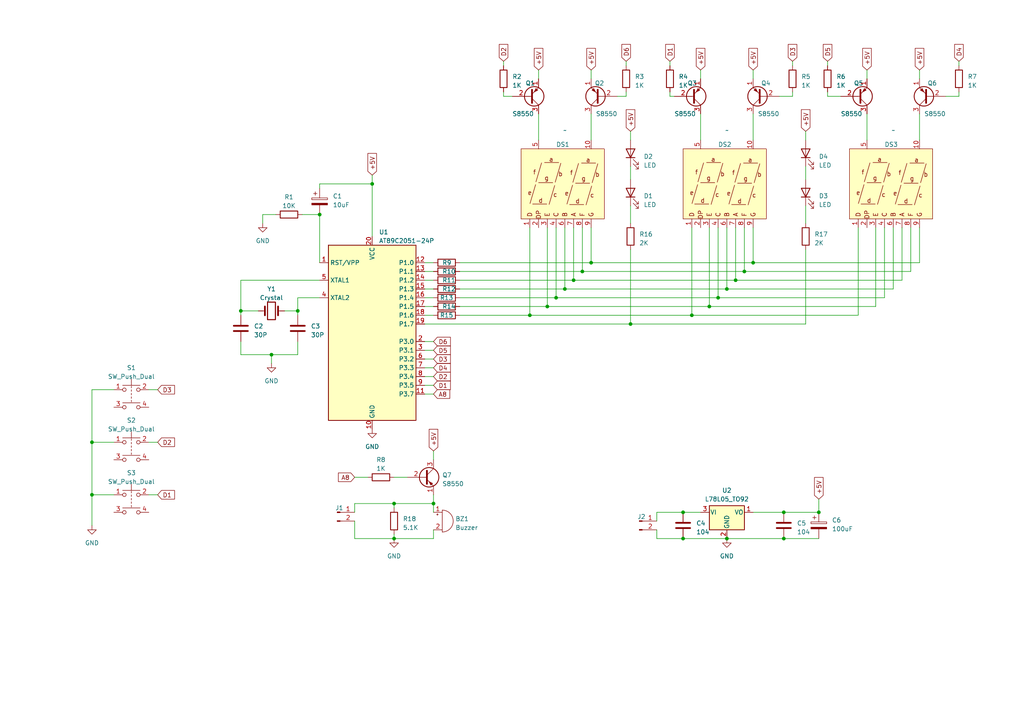
<source format=kicad_sch>
(kicad_sch (version 20230121) (generator eeschema)
  (paper "A4")
  (lib_symbols
    (symbol "Connector:Conn_01x02_Pin" (pin_names (offset 1.016) hide)
      (property "Reference" "J" (at 0 2.54 0))
      (property "Value" "Conn_01x02_Pin" (at 0 -5.08 0))
      (symbol "Conn_01x02_Pin_1_1"
        (polyline (pts (xy 1.27 -2.54) (xy 0.8636 -2.54)) (stroke (width 0.1524)))
        (polyline (pts (xy 1.27 0) (xy 0.8636 0)) (stroke (width 0.1524)))
        (rectangle (start 0.8636 -2.413) (end 0 -2.667) (stroke (width 0.1524)) (fill (type outline)))
        (rectangle (start 0.8636 0.127) (end 0 -0.127) (stroke (width 0.1524)) (fill (type outline)))
        (pin passive line (at 5.08 0 180) (length 3.81) (name "Pin_1") (number "1"))
        (pin passive line (at 5.08 -2.54 180) (length 3.81) (name "Pin_2") (number "2"))
      )
    )
    (symbol "Device:Buzzer" (pin_names (offset 0.0254) hide)
      (property "Reference" "BZ" (at 3.81 1.27 0))
      (property "Value" "Buzzer" (at 3.81 -1.27 0))
      (symbol "Buzzer_0_1"
        (arc (start 0 -3.175) (mid 3.1612 0) (end 0 3.175))
        (polyline (pts (xy -1.651 1.905) (xy -1.143 1.905)))
        (polyline (pts (xy -1.397 2.159) (xy -1.397 1.651)))
        (polyline (pts (xy 0 3.175) (xy 0 -3.175)))
      )
      (symbol "Buzzer_1_1"
        (pin passive line (at -2.54 2.54 0) (length 2.54) (name "-") (number "1"))
        (pin passive line (at -2.54 -2.54 0) (length 2.54) (name "+") (number "2"))
      )
    )
    (symbol "Device:C" (pin_numbers hide) (pin_names (offset 0.254))
      (property "Reference" "C" (at 0.635 2.54 0))
      (property "Value" "C" (at 0.635 -2.54 0))
      (symbol "C_0_1"
        (polyline (pts (xy -2.032 -0.762) (xy 2.032 -0.762)) (stroke (width 0.508)))
        (polyline (pts (xy -2.032 0.762) (xy 2.032 0.762)) (stroke (width 0.508)))
      )
      (symbol "C_1_1"
        (pin passive line (at 0 3.81 270) (length 2.794) (name "~") (number "1"))
        (pin passive line (at 0 -3.81 90) (length 2.794) (name "~") (number "2"))
      )
    )
    (symbol "Device:C_Polarized" (pin_numbers hide) (pin_names (offset 0.254))
      (property "Reference" "C" (at 0.635 2.54 0))
      (property "Value" "C_Polarized" (at 0.635 -2.54 0))
      (symbol "C_Polarized_0_1"
        (rectangle (start -2.286 0.508) (end 2.286 1.016))
        (polyline (pts (xy -1.778 2.286) (xy -0.762 2.286)))
        (polyline (pts (xy -1.27 2.794) (xy -1.27 1.778)))
        (rectangle (start 2.286 -0.508) (end -2.286 -1.016) (fill (type outline)))
      )
      (symbol "C_Polarized_1_1"
        (pin passive line (at 0 3.81 270) (length 2.794) (name "~") (number "1"))
        (pin passive line (at 0 -3.81 90) (length 2.794) (name "~") (number "2"))
      )
    )
    (symbol "Device:Crystal" (pin_numbers hide) (pin_names (offset 1.016) hide)
      (property "Reference" "Y" (at 0 3.81 0))
      (property "Value" "Crystal" (at 0 -3.81 0))
      (symbol "Crystal_0_1"
        (rectangle (start -1.143 2.54) (end 1.143 -2.54) (stroke (width 0.3048)))
        (polyline (pts (xy -2.54 0) (xy -1.905 0)))
        (polyline (pts (xy -1.905 -1.27) (xy -1.905 1.27)) (stroke (width 0.508)))
        (polyline (pts (xy 1.905 -1.27) (xy 1.905 1.27)) (stroke (width 0.508)))
        (polyline (pts (xy 2.54 0) (xy 1.905 0)))
      )
      (symbol "Crystal_1_1"
        (pin passive line (at -3.81 0 0) (length 1.27) (name "1") (number "1"))
        (pin passive line (at 3.81 0 180) (length 1.27) (name "2") (number "2"))
      )
    )
    (symbol "Device:LED" (pin_numbers hide) (pin_names (offset 1.016) hide)
      (property "Reference" "D" (at 0 2.54 0))
      (property "Value" "LED" (at 0 -2.54 0))
      (symbol "LED_0_1"
        (polyline (pts (xy -1.27 -1.27) (xy -1.27 1.27)) (stroke (width 0.254)))
        (polyline (pts (xy -1.27 0) (xy 1.27 0)))
        (polyline (pts (xy 1.27 -1.27) (xy 1.27 1.27) (xy -1.27 0) (xy 1.27 -1.27)) (stroke (width 0.254)))
        (polyline (pts (xy -3.048 -0.762) (xy -4.572 -2.286) (xy -3.81 -2.286) (xy -4.572 -2.286) (xy -4.572 -1.524)))
        (polyline (pts (xy -1.778 -0.762) (xy -3.302 -2.286) (xy -2.54 -2.286) (xy -3.302 -2.286) (xy -3.302 -1.524)))
      )
      (symbol "LED_1_1"
        (pin passive line (at -3.81 0 0) (length 2.54) (name "K") (number "1"))
        (pin passive line (at 3.81 0 180) (length 2.54) (name "A") (number "2"))
      )
    )
    (symbol "Device:R" (pin_numbers hide) (pin_names (offset 0))
      (property "Reference" "R" (at 2.032 0 90))
      (property "Value" "R" (at 0 0 90))
      (symbol "R_0_1"
        (rectangle (start -1.016 -2.54) (end 1.016 2.54) (stroke (width 0.254)))
      )
      (symbol "R_1_1"
        (pin passive line (at 0 3.81 270) (length 1.27) (name "~") (number "1"))
        (pin passive line (at 0 -3.81 90) (length 1.27) (name "~") (number "2"))
      )
    )
    (symbol "MCU_Microchip_8051:AT89C2051-24P"
      (property "Reference" "U" (at -12.7 26.67 0))
      (property "Value" "AT89C2051-24P" (at 2.54 -26.67 0))
      (symbol "AT89C2051-24P_0_1"
        (rectangle (start -12.7 -25.4) (end 12.7 25.4) (stroke (width 0.254)) (fill (type background)))
      )
      (symbol "AT89C2051-24P_1_1"
        (pin input line (at -15.24 20.32 0) (length 2.54) (name "RST/VPP") (number "1"))
        (pin power_in line (at 0 -27.94 90) (length 2.54) (name "GND") (number "10"))
        (pin bidirectional line (at 15.24 -17.78 180) (length 2.54) (name "P3.7") (number "11"))
        (pin bidirectional line (at 15.24 20.32 180) (length 2.54) (name "P1.0") (number "12"))
        (pin bidirectional line (at 15.24 17.78 180) (length 2.54) (name "P1.1") (number "13"))
        (pin bidirectional line (at 15.24 15.24 180) (length 2.54) (name "P1.2") (number "14"))
        (pin bidirectional line (at 15.24 12.7 180) (length 2.54) (name "P1.3") (number "15"))
        (pin bidirectional line (at 15.24 10.16 180) (length 2.54) (name "P1.4") (number "16"))
        (pin bidirectional line (at 15.24 7.62 180) (length 2.54) (name "P1.5") (number "17"))
        (pin bidirectional line (at 15.24 5.08 180) (length 2.54) (name "P1.6") (number "18"))
        (pin bidirectional line (at 15.24 2.54 180) (length 2.54) (name "P1.7") (number "19"))
        (pin bidirectional line (at 15.24 -2.54 180) (length 2.54) (name "P3.0") (number "2"))
        (pin power_in line (at 0 27.94 270) (length 2.54) (name "VCC") (number "20"))
        (pin bidirectional line (at 15.24 -5.08 180) (length 2.54) (name "P3.1") (number "3"))
        (pin output line (at -15.24 10.16 0) (length 2.54) (name "XTAL2") (number "4"))
        (pin input line (at -15.24 15.24 0) (length 2.54) (name "XTAL1") (number "5"))
        (pin bidirectional line (at 15.24 -7.62 180) (length 2.54) (name "P3.2") (number "6"))
        (pin bidirectional line (at 15.24 -10.16 180) (length 2.54) (name "P3.3") (number "7"))
        (pin bidirectional line (at 15.24 -12.7 180) (length 2.54) (name "P3.4") (number "8"))
        (pin bidirectional line (at 15.24 -15.24 180) (length 2.54) (name "P3.5") (number "9"))
      )
    )
    (symbol "Regulator_Linear:L78L05_TO92" (pin_names (offset 0.254))
      (property "Reference" "U" (at -3.81 3.175 0))
      (property "Value" "L78L05_TO92" (at 0 3.175 0))
      (symbol "L78L05_TO92_0_1"
        (rectangle (start -5.08 -5.08) (end 5.08 1.905) (stroke (width 0.254)) (fill (type background)))
      )
      (symbol "L78L05_TO92_1_1"
        (pin power_out line (at 7.62 0 180) (length 2.54) (name "VO") (number "1"))
        (pin power_in line (at 0 -7.62 90) (length 2.54) (name "GND") (number "2"))
        (pin power_in line (at -7.62 0 0) (length 2.54) (name "VI") (number "3"))
      )
    )
    (symbol "Switch:SW_Push_Dual" (pin_names (offset 1.016) hide)
      (property "Reference" "SW" (at 1.27 2.54 0))
      (property "Value" "SW_Push_Dual" (at 0 -6.858 0))
      (symbol "SW_Push_Dual_0_1"
        (circle (center -2.032 -5.08) (radius 0.508))
        (circle (center -2.032 0) (radius 0.508))
        (polyline (pts (xy 0 -3.048) (xy 0 -3.556)))
        (polyline (pts (xy 0 -2.032) (xy 0 -2.54)))
        (polyline (pts (xy 0 -1.524) (xy 0 -1.016)))
        (polyline (pts (xy 0 -0.508) (xy 0 0)))
        (polyline (pts (xy 0 0.508) (xy 0 1.016)))
        (polyline (pts (xy 0 1.27) (xy 0 3.048)))
        (polyline (pts (xy 2.54 -3.81) (xy -2.54 -3.81)))
        (polyline (pts (xy 2.54 1.27) (xy -2.54 1.27)))
        (circle (center 2.032 -5.08) (radius 0.508))
        (circle (center 2.032 0) (radius 0.508))
        (pin passive line (at -5.08 0 0) (length 2.54) (name "1") (number "1"))
        (pin passive line (at 5.08 0 180) (length 2.54) (name "2") (number "2"))
        (pin passive line (at -5.08 -5.08 0) (length 2.54) (name "3") (number "3"))
        (pin passive line (at 5.08 -5.08 180) (length 2.54) (name "4") (number "4"))
      )
    )
    (symbol "Transistor_BJT:S8550" (pin_names (offset 0) hide)
      (property "Reference" "Q" (at 5.08 1.905 0))
      (property "Value" "S8550" (at 5.08 0 0))
      (symbol "S8550_0_1"
        (polyline (pts (xy 0 0) (xy 0.635 0)))
        (polyline (pts (xy 2.54 -2.54) (xy 0.635 -0.635)))
        (polyline (pts (xy 2.54 2.54) (xy 0.635 0.635)))
        (polyline (pts (xy 0.635 1.905) (xy 0.635 -1.905) (xy 0.635 -1.905)) (stroke (width 0.508)) (fill (type outline)))
        (polyline (pts (xy 1.778 -2.286) (xy 2.286 -1.778) (xy 1.27 -1.27) (xy 1.778 -2.286) (xy 1.778 -2.286)) (fill (type outline)))
        (circle (center 1.27 0) (radius 2.8194) (stroke (width 0.254)))
      )
      (symbol "S8550_1_1"
        (pin passive line (at 2.54 -5.08 90) (length 2.54) (name "E") (number "1"))
        (pin input line (at -5.08 0 0) (length 5.08) (name "B") (number "2"))
        (pin passive line (at 2.54 5.08 270) (length 2.54) (name "C") (number "3"))
      )
    )
    (symbol "ceas_8051:3261BS"
      (property "Reference" "DS" (at 0 12.7 0))
      (symbol "3261BS_0_1"
        (rectangle (start -12.7 10.16) (end 11.43 -10.16) (fill (type background)))
        (polyline (pts (xy -9.3472 -5.842) (xy -5.2324 -5.842)))
        (polyline (pts (xy -7.62 0.3556) (xy -3.5052 0.3556)))
        (polyline (pts (xy -5.8928 6.1976) (xy -1.778 6.1976)))
        (polyline (pts (xy 1.3716 -5.9944) (xy 5.4864 -5.9944)))
        (polyline (pts (xy 3.0988 0.2032) (xy 7.2136 0.2032)))
        (polyline (pts (xy 4.826 6.0452) (xy 8.9408 6.0452)))
        (polyline (pts (xy -10.1092 -5.6896) (xy -8.4836 -0.2032) (xy -8.4836 -0.2032)))
        (polyline (pts (xy -8.382 0.6096) (xy -6.7564 6.096) (xy -6.7564 6.096)))
        (polyline (pts (xy -4.572 -5.9436) (xy -2.9464 -0.4572) (xy -2.9464 -0.4572)))
        (polyline (pts (xy -2.794 0.508) (xy -1.1684 5.9944) (xy -1.1684 5.9944)))
        (polyline (pts (xy 0.6096 -5.842) (xy 2.2352 -0.3556) (xy 2.2352 -0.3556)))
        (polyline (pts (xy 2.3368 0.4572) (xy 3.9624 5.9436) (xy 3.9624 5.9436)))
        (polyline (pts (xy 6.1468 -6.096) (xy 7.7724 -0.6096) (xy 7.7724 -0.6096)))
        (polyline (pts (xy 7.9248 0.3556) (xy 9.5504 5.842) (xy 9.5504 5.842)))
        (text "a" (at -3.9624 7.112 0) (effects (font (size 1.27 1.27))))
        (text "A" (at 2.54 -8.89 900) (effects (font (size 1.27 1.27))))
        (text "a" (at 6.7564 6.9596 0) (effects (font (size 1.27 1.27))))
        (text "b" (at -1.27 2.8956 0) (effects (font (size 1.27 1.27))))
        (text "B" (at 0 -8.89 900) (effects (font (size 1.27 1.27))))
        (text "b" (at 9.4488 2.7432 0) (effects (font (size 1.27 1.27))))
        (text "c" (at -2.794 -3.0988 0) (effects (font (size 1.27 1.27))))
        (text "C" (at -2.54 -8.89 900) (effects (font (size 1.27 1.27))))
        (text "c" (at 7.9248 -3.2512 0) (effects (font (size 1.27 1.27))))
        (text "D" (at -10.16 -8.89 900) (effects (font (size 1.27 1.27))))
        (text "d" (at -7.0104 -4.826 0) (effects (font (size 1.27 1.27))))
        (text "d" (at 3.7084 -4.9784 0) (effects (font (size 1.27 1.27))))
        (text "DP" (at -7.62 -8.89 900) (effects (font (size 1.27 1.27))))
        (text "e" (at -10.16 -2.54 0) (effects (font (size 1.27 1.27))))
        (text "E" (at -5.08 -8.89 900) (effects (font (size 1.27 1.27))))
        (text "e" (at 0.5588 -2.6924 0) (effects (font (size 1.27 1.27))))
        (text "f" (at -8.7884 3.4036 0) (effects (font (size 1.27 1.27))))
        (text "f" (at 1.9304 3.2512 0) (effects (font (size 1.27 1.27))))
        (text "F" (at 5.08 -8.89 900) (effects (font (size 1.27 1.27))))
        (text "g" (at -5.2832 1.7272 0) (effects (font (size 1.27 1.27))))
        (text "g" (at 5.4356 1.5748 0) (effects (font (size 1.27 1.27))))
        (text "G" (at 7.62 -8.89 900) (effects (font (size 1.27 1.27))))
      )
      (symbol "3261BS_1_1"
        (pin output line (at -10.16 -12.7 90) (length 2.54) (name "") (number "1"))
        (pin input line (at 7.62 12.7 270) (length 2.54) (name "") (number "10"))
        (pin output line (at -7.62 -12.7 90) (length 2.54) (name "") (number "2"))
        (pin output line (at -5.08 -12.7 90) (length 2.54) (name "") (number "3"))
        (pin output line (at -2.54 -12.7 90) (length 2.54) (name "") (number "4"))
        (pin input line (at -7.62 12.7 270) (length 2.54) (name "") (number "5"))
        (pin output line (at 0 -12.7 90) (length 2.54) (name "") (number "6"))
        (pin output line (at 2.54 -12.7 90) (length 2.54) (name "") (number "7"))
        (pin output line (at 5.08 -12.7 90) (length 2.54) (name "") (number "8"))
        (pin output line (at 7.62 -12.7 90) (length 2.54) (name "") (number "9"))
      )
    )
    (symbol "power:GND" (power) (pin_names (offset 0))
      (property "Value" "GND" (at 0 -3.81 0))
      (symbol "GND_0_1"
        (polyline (pts (xy 0 0) (xy 0 -1.27) (xy 1.27 -1.27) (xy 0 -2.54) (xy -1.27 -1.27) (xy 0 -1.27)))
      )
      (symbol "GND_1_1"
        (pin power_in line (at 0 0 270) (length 0) hide (name "GND") (number "1"))
      )
    )
  )
  (junction (at 78.74 102.87))
  (junction (at 158.75 88.9))
  (junction (at 215.9 78.74))
  (junction (at 198.12 148.59))
  (junction (at 218.44 76.2))
  (junction (at 86.36 90.17))
  (junction (at 171.45 76.2))
  (junction (at 210.82 83.82))
  (junction (at 92.71 62.23))
  (junction (at 69.85 90.17))
  (junction (at 237.49 148.59))
  (junction (at 125.73 146.05))
  (junction (at 227.33 156.21))
  (junction (at 163.83 83.82))
  (junction (at 182.88 93.98))
  (junction (at 210.82 156.21))
  (junction (at 208.28 86.36))
  (junction (at 200.66 91.44))
  (junction (at 114.3 146.05))
  (junction (at 26.67 143.51))
  (junction (at 114.3 156.21))
  (junction (at 107.95 53.34))
  (junction (at 198.12 156.21))
  (junction (at 161.29 86.36))
  (junction (at 205.74 88.9))
  (junction (at 26.67 128.27))
  (junction (at 166.37 81.28))
  (junction (at 213.36 81.28))
  (junction (at 168.91 78.74))
  (junction (at 153.67 91.44))
  (junction (at 227.33 148.59))
  (wire (pts (xy 158.75 88.9) (xy 158.75 66.04)))
  (wire (pts (xy 171.45 20.32) (xy 171.45 22.86)))
  (wire (pts (xy 114.3 154.94) (xy 114.3 156.21)))
  (wire (pts (xy 163.83 83.82) (xy 163.83 66.04)))
  (wire (pts (xy 266.7 20.32) (xy 266.7 22.86)))
  (wire (pts (xy 166.37 81.28) (xy 213.36 81.28)))
  (wire (pts (xy 233.68 48.26) (xy 233.68 52.07)))
  (wire (pts (xy 69.85 90.17) (xy 74.93 90.17)))
  (wire (pts (xy 166.37 81.28) (xy 166.37 66.04)))
  (wire (pts (xy 123.19 114.3) (xy 125.73 114.3)))
  (wire (pts (xy 194.31 17.78) (xy 194.31 19.05)))
  (wire (pts (xy 133.35 91.44) (xy 153.67 91.44)))
  (wire (pts (xy 240.03 27.94) (xy 243.84 27.94)))
  (wire (pts (xy 254 66.04) (xy 254 88.9)))
  (wire (pts (xy 194.31 27.94) (xy 195.58 27.94)))
  (wire (pts (xy 205.74 66.04) (xy 205.74 88.9)))
  (wire (pts (xy 114.3 138.43) (xy 118.11 138.43)))
  (wire (pts (xy 45.72 113.03) (xy 43.18 113.03)))
  (wire (pts (xy 227.33 148.59) (xy 237.49 148.59)))
  (wire (pts (xy 264.16 78.74) (xy 215.9 78.74)))
  (wire (pts (xy 266.7 66.04) (xy 266.7 76.2)))
  (wire (pts (xy 218.44 20.32) (xy 218.44 22.86)))
  (wire (pts (xy 203.2 20.32) (xy 203.2 22.86)))
  (wire (pts (xy 86.36 90.17) (xy 86.36 91.44)))
  (wire (pts (xy 123.19 106.68) (xy 125.73 106.68)))
  (wire (pts (xy 168.91 78.74) (xy 215.9 78.74)))
  (wire (pts (xy 123.19 76.2) (xy 125.73 76.2)))
  (wire (pts (xy 181.61 26.67) (xy 181.61 27.94)))
  (wire (pts (xy 156.21 20.32) (xy 156.21 22.86)))
  (wire (pts (xy 278.13 27.94) (xy 274.32 27.94)))
  (wire (pts (xy 259.08 83.82) (xy 210.82 83.82)))
  (wire (pts (xy 210.82 156.21) (xy 227.33 156.21)))
  (wire (pts (xy 171.45 33.02) (xy 171.45 40.64)))
  (wire (pts (xy 259.08 66.04) (xy 259.08 83.82)))
  (wire (pts (xy 229.87 17.78) (xy 229.87 19.05)))
  (wire (pts (xy 33.02 113.03) (xy 26.67 113.03)))
  (wire (pts (xy 86.36 86.36) (xy 86.36 90.17)))
  (wire (pts (xy 133.35 78.74) (xy 168.91 78.74)))
  (wire (pts (xy 198.12 148.59) (xy 203.2 148.59)))
  (wire (pts (xy 190.5 148.59) (xy 198.12 148.59)))
  (wire (pts (xy 266.7 76.2) (xy 218.44 76.2)))
  (wire (pts (xy 123.19 78.74) (xy 125.73 78.74)))
  (wire (pts (xy 92.71 53.34) (xy 92.71 54.61)))
  (wire (pts (xy 102.87 138.43) (xy 106.68 138.43)))
  (wire (pts (xy 256.54 86.36) (xy 208.28 86.36)))
  (wire (pts (xy 123.19 101.6) (xy 125.73 101.6)))
  (wire (pts (xy 123.19 109.22) (xy 125.73 109.22)))
  (wire (pts (xy 125.73 156.21) (xy 125.73 153.67)))
  (wire (pts (xy 45.72 143.51) (xy 43.18 143.51)))
  (wire (pts (xy 45.72 128.27) (xy 43.18 128.27)))
  (wire (pts (xy 102.87 151.13) (xy 102.87 156.21)))
  (wire (pts (xy 233.68 72.39) (xy 233.68 93.98)))
  (wire (pts (xy 26.67 113.03) (xy 26.67 128.27)))
  (wire (pts (xy 233.68 93.98) (xy 182.88 93.98)))
  (wire (pts (xy 240.03 17.78) (xy 240.03 19.05)))
  (wire (pts (xy 182.88 59.69) (xy 182.88 64.77)))
  (wire (pts (xy 125.73 146.05) (xy 114.3 146.05)))
  (wire (pts (xy 107.95 50.8) (xy 107.95 53.34)))
  (wire (pts (xy 240.03 26.67) (xy 240.03 27.94)))
  (wire (pts (xy 278.13 26.67) (xy 278.13 27.94)))
  (wire (pts (xy 161.29 86.36) (xy 208.28 86.36)))
  (wire (pts (xy 251.46 20.32) (xy 251.46 22.86)))
  (wire (pts (xy 123.19 93.98) (xy 182.88 93.98)))
  (wire (pts (xy 194.31 26.67) (xy 194.31 27.94)))
  (wire (pts (xy 92.71 81.28) (xy 69.85 81.28)))
  (wire (pts (xy 198.12 156.21) (xy 190.5 156.21)))
  (wire (pts (xy 161.29 86.36) (xy 161.29 66.04)))
  (wire (pts (xy 123.19 81.28) (xy 125.73 81.28)))
  (wire (pts (xy 123.19 104.14) (xy 125.73 104.14)))
  (wire (pts (xy 69.85 91.44) (xy 69.85 90.17)))
  (wire (pts (xy 200.66 66.04) (xy 200.66 91.44)))
  (wire (pts (xy 26.67 128.27) (xy 26.67 143.51)))
  (wire (pts (xy 261.62 66.04) (xy 261.62 81.28)))
  (wire (pts (xy 208.28 66.04) (xy 208.28 86.36)))
  (wire (pts (xy 133.35 88.9) (xy 158.75 88.9)))
  (wire (pts (xy 168.91 78.74) (xy 168.91 66.04)))
  (wire (pts (xy 210.82 66.04) (xy 210.82 83.82)))
  (wire (pts (xy 190.5 151.13) (xy 190.5 148.59)))
  (wire (pts (xy 227.33 156.21) (xy 237.49 156.21)))
  (wire (pts (xy 256.54 66.04) (xy 256.54 86.36)))
  (wire (pts (xy 123.19 99.06) (xy 125.73 99.06)))
  (wire (pts (xy 171.45 76.2) (xy 171.45 66.04)))
  (wire (pts (xy 153.67 91.44) (xy 200.66 91.44)))
  (wire (pts (xy 218.44 148.59) (xy 227.33 148.59)))
  (wire (pts (xy 133.35 76.2) (xy 171.45 76.2)))
  (wire (pts (xy 153.67 91.44) (xy 153.67 66.04)))
  (wire (pts (xy 146.05 17.78) (xy 146.05 19.05)))
  (wire (pts (xy 125.73 130.81) (xy 125.73 133.35)))
  (wire (pts (xy 233.68 38.1) (xy 233.68 40.64)))
  (wire (pts (xy 261.62 81.28) (xy 213.36 81.28)))
  (wire (pts (xy 182.88 72.39) (xy 182.88 93.98)))
  (wire (pts (xy 114.3 156.21) (xy 125.73 156.21)))
  (wire (pts (xy 248.92 91.44) (xy 200.66 91.44)))
  (wire (pts (xy 171.45 76.2) (xy 218.44 76.2)))
  (wire (pts (xy 123.19 83.82) (xy 125.73 83.82)))
  (wire (pts (xy 123.19 111.76) (xy 125.73 111.76)))
  (wire (pts (xy 133.35 86.36) (xy 161.29 86.36)))
  (wire (pts (xy 102.87 156.21) (xy 114.3 156.21)))
  (wire (pts (xy 181.61 27.94) (xy 179.07 27.94)))
  (wire (pts (xy 86.36 99.06) (xy 86.36 102.87)))
  (wire (pts (xy 102.87 146.05) (xy 114.3 146.05)))
  (wire (pts (xy 76.2 62.23) (xy 76.2 64.77)))
  (wire (pts (xy 26.67 128.27) (xy 33.02 128.27)))
  (wire (pts (xy 107.95 53.34) (xy 107.95 68.58)))
  (wire (pts (xy 218.44 33.02) (xy 218.44 40.64)))
  (wire (pts (xy 92.71 86.36) (xy 86.36 86.36)))
  (wire (pts (xy 266.7 33.02) (xy 266.7 40.64)))
  (wire (pts (xy 78.74 102.87) (xy 78.74 105.41)))
  (wire (pts (xy 123.19 86.36) (xy 125.73 86.36)))
  (wire (pts (xy 102.87 148.59) (xy 102.87 146.05)))
  (wire (pts (xy 82.55 90.17) (xy 86.36 90.17)))
  (wire (pts (xy 198.12 156.21) (xy 210.82 156.21)))
  (wire (pts (xy 123.19 91.44) (xy 125.73 91.44)))
  (wire (pts (xy 203.2 33.02) (xy 203.2 40.64)))
  (wire (pts (xy 264.16 66.04) (xy 264.16 78.74)))
  (wire (pts (xy 86.36 102.87) (xy 78.74 102.87)))
  (wire (pts (xy 133.35 83.82) (xy 163.83 83.82)))
  (wire (pts (xy 87.63 62.23) (xy 92.71 62.23)))
  (wire (pts (xy 181.61 17.78) (xy 181.61 19.05)))
  (wire (pts (xy 146.05 27.94) (xy 146.05 26.67)))
  (wire (pts (xy 80.01 62.23) (xy 76.2 62.23)))
  (wire (pts (xy 182.88 38.1) (xy 182.88 40.64)))
  (wire (pts (xy 248.92 66.04) (xy 248.92 91.44)))
  (wire (pts (xy 251.46 33.02) (xy 251.46 40.64)))
  (wire (pts (xy 123.19 88.9) (xy 125.73 88.9)))
  (wire (pts (xy 156.21 33.02) (xy 156.21 40.64)))
  (wire (pts (xy 233.68 59.69) (xy 233.68 64.77)))
  (wire (pts (xy 92.71 62.23) (xy 92.71 76.2)))
  (wire (pts (xy 78.74 102.87) (xy 69.85 102.87)))
  (wire (pts (xy 26.67 143.51) (xy 26.67 152.4)))
  (wire (pts (xy 218.44 66.04) (xy 218.44 76.2)))
  (wire (pts (xy 26.67 143.51) (xy 33.02 143.51)))
  (wire (pts (xy 190.5 156.21) (xy 190.5 153.67)))
  (wire (pts (xy 125.73 148.59) (xy 125.73 146.05)))
  (wire (pts (xy 133.35 81.28) (xy 166.37 81.28)))
  (wire (pts (xy 114.3 146.05) (xy 114.3 147.32)))
  (wire (pts (xy 148.59 27.94) (xy 146.05 27.94)))
  (wire (pts (xy 215.9 66.04) (xy 215.9 78.74)))
  (wire (pts (xy 69.85 81.28) (xy 69.85 90.17)))
  (wire (pts (xy 125.73 143.51) (xy 125.73 146.05)))
  (wire (pts (xy 229.87 26.67) (xy 229.87 27.94)))
  (wire (pts (xy 254 88.9) (xy 205.74 88.9)))
  (wire (pts (xy 158.75 88.9) (xy 205.74 88.9)))
  (wire (pts (xy 69.85 102.87) (xy 69.85 99.06)))
  (wire (pts (xy 278.13 17.78) (xy 278.13 19.05)))
  (wire (pts (xy 107.95 53.34) (xy 92.71 53.34)))
  (wire (pts (xy 237.49 144.78) (xy 237.49 148.59)))
  (wire (pts (xy 229.87 27.94) (xy 226.06 27.94)))
  (wire (pts (xy 213.36 66.04) (xy 213.36 81.28)))
  (wire (pts (xy 182.88 48.26) (xy 182.88 52.07)))
  (wire (pts (xy 163.83 83.82) (xy 210.82 83.82)))
  (global_label "D2" (shape input) (at 146.05 17.78 90) (property "Intersheetrefs" "${INTERSHEET_REFS}" (effects hide)))
  (global_label "+5V" (shape input) (at 233.68 38.1 90) (property "Intersheetrefs" "${INTERSHEET_REFS}" (effects hide)))
  (global_label "+5V" (shape input) (at 156.21 20.32 90) (property "Intersheetrefs" "${INTERSHEET_REFS}" (effects hide)))
  (global_label "+5V" (shape input) (at 182.88 38.1 90) (property "Intersheetrefs" "${INTERSHEET_REFS}" (effects hide)))
  (global_label "D5" (shape input) (at 240.03 17.78 90) (property "Intersheetrefs" "${INTERSHEET_REFS}" (effects hide)))
  (global_label "D3" (shape input) (at 45.72 113.03 0) (property "Intersheetrefs" "${INTERSHEET_REFS}" (effects hide)))
  (global_label "+5V" (shape input) (at 125.73 130.81 90) (property "Intersheetrefs" "${INTERSHEET_REFS}" (effects hide)))
  (global_label "+5V" (shape input) (at 266.7 20.32 90) (property "Intersheetrefs" "${INTERSHEET_REFS}" (effects hide)))
  (global_label "+5V" (shape input) (at 203.2 20.32 90) (property "Intersheetrefs" "${INTERSHEET_REFS}" (effects hide)))
  (global_label "D2" (shape input) (at 125.73 109.22 0) (property "Intersheetrefs" "${INTERSHEET_REFS}" (effects hide)))
  (global_label "+5V" (shape input) (at 218.44 20.32 90) (property "Intersheetrefs" "${INTERSHEET_REFS}" (effects hide)))
  (global_label "+5V" (shape input) (at 171.45 20.32 90) (property "Intersheetrefs" "${INTERSHEET_REFS}" (effects hide)))
  (global_label "+5V" (shape input) (at 251.46 20.32 90) (property "Intersheetrefs" "${INTERSHEET_REFS}" (effects hide)))
  (global_label "D2" (shape input) (at 45.72 128.27 0) (property "Intersheetrefs" "${INTERSHEET_REFS}" (effects hide)))
  (global_label "D1" (shape input) (at 125.73 111.76 0) (property "Intersheetrefs" "${INTERSHEET_REFS}" (effects hide)))
  (global_label "D6" (shape input) (at 181.61 17.78 90) (property "Intersheetrefs" "${INTERSHEET_REFS}" (effects hide)))
  (global_label "D1" (shape input) (at 194.31 17.78 90) (property "Intersheetrefs" "${INTERSHEET_REFS}" (effects hide)))
  (global_label "D3" (shape input) (at 229.87 17.78 90) (property "Intersheetrefs" "${INTERSHEET_REFS}" (effects hide)))
  (global_label "A8" (shape input) (at 125.73 114.3 0) (property "Intersheetrefs" "${INTERSHEET_REFS}" (effects hide)))
  (global_label "D5" (shape input) (at 125.73 101.6 0) (property "Intersheetrefs" "${INTERSHEET_REFS}" (effects hide)))
  (global_label "D3" (shape input) (at 125.73 104.14 0) (property "Intersheetrefs" "${INTERSHEET_REFS}" (effects hide)))
  (global_label "D4" (shape input) (at 278.13 17.78 90) (property "Intersheetrefs" "${INTERSHEET_REFS}" (effects hide)))
  (global_label "+5V" (shape input) (at 107.95 50.8 90) (property "Intersheetrefs" "${INTERSHEET_REFS}" (effects hide)))
  (global_label "+5V" (shape input) (at 237.49 144.78 90) (property "Intersheetrefs" "${INTERSHEET_REFS}" (effects hide)))
  (global_label "D1" (shape input) (at 45.72 143.51 0) (property "Intersheetrefs" "${INTERSHEET_REFS}" (effects hide)))
  (global_label "D6" (shape input) (at 125.73 99.06 0) (property "Intersheetrefs" "${INTERSHEET_REFS}" (effects hide)))
  (global_label "D4" (shape input) (at 125.73 106.68 0) (property "Intersheetrefs" "${INTERSHEET_REFS}" (effects hide)))
  (global_label "A8" (shape input) (at 102.87 138.43 180) (property "Intersheetrefs" "${INTERSHEET_REFS}" (effects hide)))
  (symbol (lib_id "power:GND") (at 78.74 105.41 0) (unit 1)
    (property "Reference" "#PWR03" (effects hide))
    (property "Value" "GND" (at 78.74 110.49 0))
  )
  (symbol (lib_id "Device:Crystal") (at 78.74 90.17 0) (unit 1)
    (property "Reference" "Y1" (at 78.74 83.82 0))
    (property "Value" "Crystal" (at 78.74 86.36 0))
    (property "Footprint" "Crystal:Crystal_HC18-U_Vertical" (effects hide))
  )
  (symbol (lib_id "Transistor_BJT:S8550") (at 248.92 27.94 0) (mirror x) (unit 1)
    (property "Reference" "Q5" (at 247.65 24.13 0) (effects (justify left)))
    (property "Value" "S8550" (at 243.84 33.02 0) (effects (justify left)))
    (property "Footprint" "Package_TO_SOT_THT:TO-92_Inline" (effects hide))
    (property "Datasheet" "http://www.unisonic.com.tw/datasheet/S8550.pdf" (effects hide))
  )
  (symbol (lib_id "ceas_8051:3261BS") (at 210.82 53.34 0) (unit 1)
    (property "Reference" "DS2" (at 208.28 41.91 0) (effects (justify left)))
    (property "Value" "~" (at 210.8708 37.7952 0))
    (property "Footprint" "ceas_8051:3261BS" (effects hide))
  )
  (symbol (lib_id "MCU_Microchip_8051:AT89C2051-24P") (at 107.95 96.52 0) (unit 1)
    (property "Reference" "U1" (at 109.9059 67.31 0) (effects (justify left)))
    (property "Value" "AT89C2051-24P" (at 109.9059 69.85 0) (effects (justify left)))
    (property "Footprint" "Package_DIP:DIP-20_W7.62mm" (effects hide))
    (property "Datasheet" "http://ww1.microchip.com/downloads/en/DeviceDoc/doc0368.pdf" (effects hide))
  )
  (symbol (lib_id "Device:R") (at 194.31 22.86 0) (unit 1)
    (property "Reference" "R4" (at 196.85 22.225 0) (effects (justify left)))
    (property "Value" "1K" (at 196.85 24.765 0) (effects (justify left)))
    (property "Footprint" "Resistor_THT:R_Axial_DIN0204_L3.6mm_D1.6mm_P7.62mm_Horizontal" (effects hide))
  )
  (symbol (lib_id "Regulator_Linear:L78L05_TO92") (at 210.82 148.59 0) (unit 1)
    (property "Reference" "U2" (at 210.82 142.24 0))
    (property "Value" "L78L05_TO92" (at 210.82 144.78 0))
    (property "Footprint" "Package_TO_SOT_THT:TO-92_Inline" (effects hide))
    (property "Datasheet" "http://www.st.com/content/ccc/resource/technical/document/datasheet/15/55/e5/aa/23/5b/43/fd/CD00000446.pdf/files/CD00000446.pdf/jcr:content/translations/en.CD00000446.pdf" (effects hide))
  )
  (symbol (lib_id "Device:R") (at 129.54 78.74 270) (unit 1)
    (property "Reference" "R10" (at 128.27 78.74 90) (effects (justify left)))
    (property "Value" "1K" (effects hide))
    (property "Footprint" "Resistor_THT:R_Axial_DIN0204_L3.6mm_D1.6mm_P7.62mm_Horizontal" (effects hide))
  )
  (symbol (lib_id "power:GND") (at 76.2 64.77 0) (unit 1)
    (property "Reference" "#PWR04" (effects hide))
    (property "Value" "GND" (at 76.2 69.85 0))
  )
  (symbol (lib_id "Transistor_BJT:S8550") (at 220.98 27.94 180) (unit 1)
    (property "Reference" "Q4" (at 223.52 24.13 0) (effects (justify left)))
    (property "Value" "S8550" (at 226.06 33.02 0) (effects (justify left)))
    (property "Footprint" "Package_TO_SOT_THT:TO-92_Inline" (effects hide))
    (property "Datasheet" "http://www.unisonic.com.tw/datasheet/S8550.pdf" (effects hide))
  )
  (symbol (lib_id "Device:C") (at 69.85 95.25 0) (unit 1)
    (property "Reference" "C2" (at 73.66 94.615 0) (effects (justify left)))
    (property "Value" "30P" (at 73.66 97.155 0) (effects (justify left)))
    (property "Footprint" "Capacitor_THT:C_Disc_D3.4mm_W2.1mm_P2.50mm" (effects hide))
  )
  (symbol (lib_id "Device:R") (at 83.82 62.23 90) (unit 1)
    (property "Reference" "R1" (at 83.82 57.15 90))
    (property "Value" "10K" (at 83.82 59.69 90))
    (property "Footprint" "Resistor_THT:R_Axial_DIN0204_L3.6mm_D1.6mm_P7.62mm_Horizontal" (effects hide))
  )
  (symbol (lib_id "Switch:SW_Push_Dual") (at 38.1 143.51 0) (unit 1)
    (property "Reference" "S3" (at 38.1 137.16 0))
    (property "Value" "SW_Push_Dual" (at 38.1 139.7 0))
    (property "Footprint" "Button_Switch_THT:SW_PUSH_6mm_H8mm" (effects hide))
  )
  (symbol (lib_id "Switch:SW_Push_Dual") (at 38.1 128.27 0) (unit 1)
    (property "Reference" "S2" (at 38.1 121.92 0))
    (property "Value" "SW_Push_Dual" (at 38.1 124.46 0))
    (property "Footprint" "Button_Switch_THT:SW_PUSH_6mm_H8mm" (effects hide))
  )
  (symbol (lib_id "Device:R") (at 129.54 83.82 270) (unit 1)
    (property "Reference" "R12" (at 128.27 83.82 90) (effects (justify left)))
    (property "Value" "1K" (effects hide))
    (property "Footprint" "Resistor_THT:R_Axial_DIN0204_L3.6mm_D1.6mm_P7.62mm_Horizontal" (effects hide))
  )
  (symbol (lib_id "Transistor_BJT:S8550") (at 123.19 138.43 0) (unit 1)
    (property "Reference" "Q7" (at 128.27 137.795 0) (effects (justify left)))
    (property "Value" "S8550" (at 128.27 140.335 0) (effects (justify left)))
    (property "Footprint" "Package_TO_SOT_THT:TO-92_Inline" (effects hide))
    (property "Datasheet" "http://www.unisonic.com.tw/datasheet/S8550.pdf" (effects hide))
  )
  (symbol (lib_id "Transistor_BJT:S8550") (at 200.66 27.94 0) (mirror x) (unit 1)
    (property "Reference" "Q3" (at 199.39 24.13 0) (effects (justify left)))
    (property "Value" "S8550" (at 195.58 33.02 0) (effects (justify left)))
    (property "Footprint" "Package_TO_SOT_THT:TO-92_Inline" (effects hide))
    (property "Datasheet" "http://www.unisonic.com.tw/datasheet/S8550.pdf" (effects hide))
  )
  (symbol (lib_id "Transistor_BJT:S8550") (at 153.67 27.94 0) (mirror x) (unit 1)
    (property "Reference" "Q1" (at 152.4 24.13 0) (effects (justify left)))
    (property "Value" "S8550" (at 148.59 33.02 0) (effects (justify left)))
    (property "Footprint" "Package_TO_SOT_THT:TO-92_Inline" (effects hide))
    (property "Datasheet" "http://www.unisonic.com.tw/datasheet/S8550.pdf" (effects hide))
  )
  (symbol (lib_id "Device:LED") (at 182.88 55.88 90) (unit 1)
    (property "Reference" "D1" (at 186.69 56.8325 90) (effects (justify right)))
    (property "Value" "LED" (at 186.69 59.3725 90) (effects (justify right)))
    (property "Footprint" "LED_THT:LED_D3.0mm" (effects hide))
  )
  (symbol (lib_id "Device:R") (at 229.87 22.86 0) (unit 1)
    (property "Reference" "R5" (at 232.41 22.225 0) (effects (justify left)))
    (property "Value" "1K" (at 232.41 24.765 0) (effects (justify left)))
    (property "Footprint" "Resistor_THT:R_Axial_DIN0204_L3.6mm_D1.6mm_P7.62mm_Horizontal" (effects hide))
  )
  (symbol (lib_id "Device:R") (at 129.54 91.44 270) (unit 1)
    (property "Reference" "R15" (at 129.54 91.44 90))
    (property "Value" "1K" (effects hide))
    (property "Footprint" "Resistor_THT:R_Axial_DIN0204_L3.6mm_D1.6mm_P7.62mm_Horizontal" (effects hide))
  )
  (symbol (lib_id "power:GND") (at 210.82 156.21 0) (unit 1)
    (property "Reference" "#PWR01" (effects hide))
    (property "Value" "GND" (at 210.82 161.29 0))
  )
  (symbol (lib_id "ceas_8051:3261BS") (at 259.08 53.34 0) (unit 1)
    (property "Reference" "DS3" (at 256.54 41.91 0) (effects (justify left)))
    (property "Value" "~" (at 259.1308 37.7952 0))
    (property "Footprint" "ceas_8051:ELD_426XXXX" (effects hide))
  )
  (symbol (lib_id "Device:R") (at 146.05 22.86 0) (unit 1)
    (property "Reference" "R2" (at 148.59 22.225 0) (effects (justify left)))
    (property "Value" "1K" (at 148.59 24.765 0) (effects (justify left)))
    (property "Footprint" "Resistor_THT:R_Axial_DIN0204_L3.6mm_D1.6mm_P7.62mm_Horizontal" (effects hide))
  )
  (symbol (lib_id "Device:C") (at 198.12 152.4 0) (unit 1)
    (property "Reference" "C4" (at 201.93 151.765 0) (effects (justify left)))
    (property "Value" "104" (at 201.93 154.305 0) (effects (justify left)))
    (property "Footprint" "Capacitor_THT:C_Disc_D3.4mm_W2.1mm_P2.50mm" (effects hide))
  )
  (symbol (lib_id "Transistor_BJT:S8550") (at 173.99 27.94 180) (unit 1)
    (property "Reference" "Q2" (at 175.26 24.13 0) (effects (justify left)))
    (property "Value" "S8550" (at 179.07 33.02 0) (effects (justify left)))
    (property "Footprint" "Package_TO_SOT_THT:TO-92_Inline" (effects hide))
    (property "Datasheet" "http://www.unisonic.com.tw/datasheet/S8550.pdf" (effects hide))
  )
  (symbol (lib_id "Device:C") (at 227.33 152.4 0) (unit 1)
    (property "Reference" "C5" (at 231.14 151.765 0) (effects (justify left)))
    (property "Value" "104" (at 231.14 154.305 0) (effects (justify left)))
    (property "Footprint" "Capacitor_THT:C_Disc_D3.4mm_W2.1mm_P2.50mm" (effects hide))
  )
  (symbol (lib_id "Device:R") (at 278.13 22.86 0) (unit 1)
    (property "Reference" "R7" (at 280.67 22.225 0) (effects (justify left)))
    (property "Value" "1K" (at 280.67 24.765 0) (effects (justify left)))
    (property "Footprint" "Resistor_THT:R_Axial_DIN0204_L3.6mm_D1.6mm_P7.62mm_Horizontal" (effects hide))
  )
  (symbol (lib_id "Device:R") (at 129.54 76.2 270) (unit 1)
    (property "Reference" "R9" (at 128.27 76.2 90) (effects (justify left)))
    (property "Value" "1K" (effects hide))
    (property "Footprint" "Resistor_THT:R_Axial_DIN0204_L3.6mm_D1.6mm_P7.62mm_Horizontal" (effects hide))
  )
  (symbol (lib_id "Device:R") (at 129.54 81.28 270) (unit 1)
    (property "Reference" "R11" (at 128.27 81.28 90) (effects (justify left)))
    (property "Value" "1K" (effects hide))
    (property "Footprint" "Resistor_THT:R_Axial_DIN0204_L3.6mm_D1.6mm_P7.62mm_Horizontal" (effects hide))
  )
  (symbol (lib_id "Device:R") (at 240.03 22.86 0) (unit 1)
    (property "Reference" "R6" (at 242.57 22.225 0) (effects (justify left)))
    (property "Value" "1K" (at 242.57 24.765 0) (effects (justify left)))
    (property "Footprint" "Resistor_THT:R_Axial_DIN0204_L3.6mm_D1.6mm_P7.62mm_Horizontal" (effects hide))
  )
  (symbol (lib_id "Device:C_Polarized") (at 92.71 58.42 0) (unit 1)
    (property "Reference" "C1" (at 96.52 56.896 0) (effects (justify left)))
    (property "Value" "10uF" (at 96.52 59.436 0) (effects (justify left)))
    (property "Footprint" "Capacitor_THT:CP_Radial_D4.0mm_P2.00mm" (effects hide))
  )
  (symbol (lib_id "Device:C") (at 86.36 95.25 0) (unit 1)
    (property "Reference" "C3" (at 90.17 94.615 0) (effects (justify left)))
    (property "Value" "30P" (at 90.17 97.155 0) (effects (justify left)))
    (property "Footprint" "Capacitor_THT:C_Disc_D3.4mm_W2.1mm_P2.50mm" (effects hide))
  )
  (symbol (lib_id "Device:LED") (at 233.68 44.45 90) (unit 1)
    (property "Reference" "D4" (at 237.49 45.4025 90) (effects (justify right)))
    (property "Value" "LED" (at 237.49 47.9425 90) (effects (justify right)))
    (property "Footprint" "LED_THT:LED_D3.0mm" (effects hide))
  )
  (symbol (lib_id "power:GND") (at 114.3 156.21 0) (unit 1)
    (property "Reference" "#PWR05" (effects hide))
    (property "Value" "GND" (at 114.3 161.29 0))
  )
  (symbol (lib_id "power:GND") (at 107.95 124.46 0) (unit 1)
    (property "Reference" "#PWR02" (effects hide))
    (property "Value" "GND" (at 107.95 129.54 0))
  )
  (symbol (lib_id "Transistor_BJT:S8550") (at 269.24 27.94 180) (unit 1)
    (property "Reference" "Q6" (at 271.78 24.13 0) (effects (justify left)))
    (property "Value" "S8550" (at 274.32 33.02 0) (effects (justify left)))
    (property "Footprint" "Package_TO_SOT_THT:TO-92_Inline" (effects hide))
    (property "Datasheet" "http://www.unisonic.com.tw/datasheet/S8550.pdf" (effects hide))
  )
  (symbol (lib_id "Device:R") (at 181.61 22.86 0) (unit 1)
    (property "Reference" "R3" (at 184.15 22.225 0) (effects (justify left)))
    (property "Value" "1K" (at 184.15 24.765 0) (effects (justify left)))
    (property "Footprint" "Resistor_THT:R_Axial_DIN0204_L3.6mm_D1.6mm_P7.62mm_Horizontal" (effects hide))
  )
  (symbol (lib_id "Device:R") (at 114.3 151.13 0) (unit 1)
    (property "Reference" "R18" (at 116.84 150.495 0) (effects (justify left)))
    (property "Value" "5.1K" (at 116.84 153.035 0) (effects (justify left)))
    (property "Footprint" "Resistor_THT:R_Axial_DIN0204_L3.6mm_D1.6mm_P7.62mm_Horizontal" (effects hide))
  )
  (symbol (lib_id "Device:R") (at 233.68 68.58 0) (unit 1)
    (property "Reference" "R17" (at 236.22 67.945 0) (effects (justify left)))
    (property "Value" "2K" (at 236.22 70.485 0) (effects (justify left)))
    (property "Footprint" "Resistor_THT:R_Axial_DIN0204_L3.6mm_D1.6mm_P7.62mm_Horizontal" (effects hide))
  )
  (symbol (lib_id "Device:R") (at 110.49 138.43 90) (unit 1)
    (property "Reference" "R8" (at 110.49 133.35 90))
    (property "Value" "1K" (at 110.49 135.89 90))
    (property "Footprint" "Resistor_THT:R_Axial_DIN0204_L3.6mm_D1.6mm_P7.62mm_Horizontal" (effects hide))
  )
  (symbol (lib_id "Device:LED") (at 233.68 55.88 90) (unit 1)
    (property "Reference" "D3" (at 237.49 56.8325 90) (effects (justify right)))
    (property "Value" "LED" (at 237.49 59.3725 90) (effects (justify right)))
    (property "Footprint" "LED_THT:LED_D3.0mm" (effects hide))
  )
  (symbol (lib_id "Device:R") (at 182.88 68.58 0) (unit 1)
    (property "Reference" "R16" (at 185.42 67.945 0) (effects (justify left)))
    (property "Value" "2K" (at 185.42 70.485 0) (effects (justify left)))
    (property "Footprint" "Resistor_THT:R_Axial_DIN0204_L3.6mm_D1.6mm_P7.62mm_Horizontal" (effects hide))
  )
  (symbol (lib_id "Device:C_Polarized") (at 237.49 152.4 0) (unit 1)
    (property "Reference" "C6" (at 241.3 150.876 0) (effects (justify left)))
    (property "Value" "100uF" (at 241.3 153.416 0) (effects (justify left)))
    (property "Footprint" "Capacitor_THT:CP_Radial_D5.0mm_P2.50mm" (effects hide))
  )
  (symbol (lib_id "power:GND") (at 26.67 152.4 0) (unit 1)
    (property "Reference" "#PWR06" (effects hide))
    (property "Value" "GND" (at 26.67 157.48 0))
  )
  (symbol (lib_id "ceas_8051:3261BS") (at 163.83 53.34 0) (unit 1)
    (property "Reference" "DS1" (at 161.29 41.91 0) (effects (justify left)))
    (property "Value" "~" (at 163.8808 37.7952 0))
    (property "Footprint" "Display_7Segment:ELD_426XXXX" (effects hide))
  )
  (symbol (lib_id "Connector:Conn_01x02_Pin") (at 185.42 151.13 0) (unit 1)
    (property "Reference" "J2" (at 186.055 149.86 0))
    (property "Value" "Conn_01x02_Pin" (effects hide))
    (property "Footprint" "Connector_PinHeader_1.00mm:PinHeader_1x02_P1.00mm_Vertical" (effects hide))
  )
  (symbol (lib_id "Switch:SW_Push_Dual") (at 38.1 113.03 0) (unit 1)
    (property "Reference" "S1" (at 38.1 106.68 0))
    (property "Value" "SW_Push_Dual" (at 38.1 109.22 0))
    (property "Footprint" "Button_Switch_THT:SW_PUSH_6mm_H8mm" (effects hide))
  )
  (symbol (lib_id "Connector:Conn_01x02_Pin") (at 97.79 148.59 0) (unit 1)
    (property "Reference" "J1" (at 98.425 147.32 0))
    (property "Value" "Conn_01x02_Pin" (effects hide))
    (property "Footprint" "Connector_PinHeader_1.00mm:PinHeader_1x02_P1.00mm_Vertical" (effects hide))
  )
  (symbol (lib_id "Device:R") (at 129.54 88.9 270) (unit 1)
    (property "Reference" "R14" (at 128.27 88.9 90) (effects (justify left)))
    (property "Value" "1K" (effects hide))
    (property "Footprint" "Resistor_THT:R_Axial_DIN0204_L3.6mm_D1.6mm_P7.62mm_Horizontal" (effects hide))
  )
  (symbol (lib_id "Device:R") (at 129.54 86.36 270) (unit 1)
    (property "Reference" "R13" (at 129.54 86.36 90))
    (property "Value" "1K" (effects hide))
    (property "Footprint" "Resistor_THT:R_Axial_DIN0204_L3.6mm_D1.6mm_P7.62mm_Horizontal" (effects hide))
  )
  (symbol (lib_id "Device:Buzzer") (at 128.27 151.13 0) (unit 1)
    (property "Reference" "BZ1" (at 132.08 150.495 0) (effects (justify left)))
    (property "Value" "Buzzer" (at 132.08 153.035 0) (effects (justify left)))
    (property "Footprint" "Buzzer_Beeper:MagneticBuzzer_Kingstate_KCG0601" (effects hide))
  )
  (symbol (lib_id "Device:LED") (at 182.88 44.45 90) (unit 1)
    (property "Reference" "D2" (at 186.69 45.4025 90) (effects (justify right)))
    (property "Value" "LED" (at 186.69 47.9425 90) (effects (justify right)))
    (property "Footprint" "LED_THT:LED_D3.0mm" (effects hide))
  )
)
</source>
